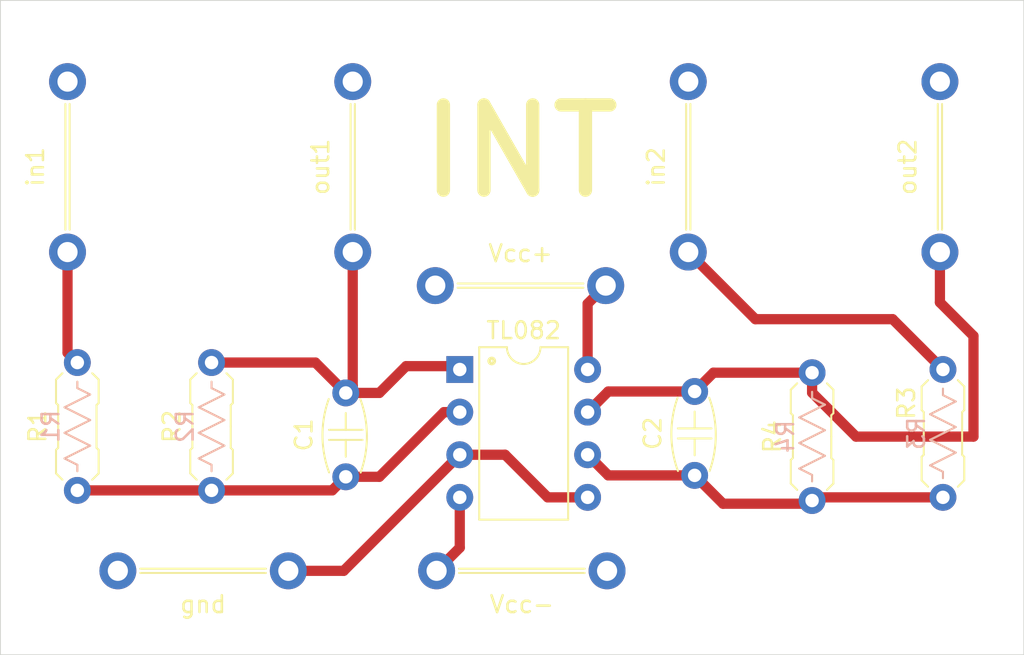
<source format=kicad_pcb>
(kicad_pcb (version 20241229) (generator "pcbnew") (generator_version "9.0")
  (title_block (title "Integrator") (date "2025-03-07") (company "Landen Points"))
  (layers (0 "F.Cu" signal) (2 "B.Cu" signal) (13 "F.Paste" user) (15 "B.Paste" user) (5 "F.SilkS" user "F.Silkscreen") (7 "B.SilkS" user "B.Silkscreen") (1 "F.Mask" user) (3 "B.Mask" user) (25 "Edge.Cuts" user))
  (net 0 "")
  (footprint "PCM_Jumper_AKL:Jumper_P10.16mm_D1.2mm" (layer "F.Cu") (at 135 98 90)
    (property "Reference" "out1" (at 5.08 -1.92 90) (layer "F.SilkS"))
    (property "Value" "Jumper_P10.16mm_D1.2mm" (hide yes))
    (fp_line (start 1.3335 -0.127) (end 8.8265 -0.127) (stroke (width 0.12)) (layer "F.SilkS"))
    (fp_line (start 1.3335 0.127) (end 8.8265 0.127) (stroke (width 0.12)) (layer "F.SilkS"))
    (pad "1" thru_hole circle (at 0 0 90) (size 2.2 2.2) (drill 1.2) (layers "*.Cu" "*.Mask"))
    (pad "2" thru_hole oval (at 10.16 0 90) (size 2.2 2.2) (drill 1.2) (layers "*.Cu" "*.Mask"))
  )
  (footprint "PCM_Jumper_AKL:Jumper_P10.16mm_D1.2mm" (layer "F.Cu") (at 140 117)
    (property "Reference" "Vcc-" (at 5.08 2 0) (layer "F.SilkS"))
    (property "Value" "Jumper_P10.16mm_D1.2mm" (hide yes))
    (fp_line (start 1.3335 -0.127) (end 8.8265 -0.127) (stroke (width 0.12)) (layer "F.SilkS"))
    (fp_line (start 1.3335 0.127) (end 8.8265 0.127) (stroke (width 0.12)) (layer "F.SilkS"))
    (pad "1" thru_hole circle (at 0 0) (size 2.2 2.2) (drill 1.2) (layers "*.Cu" "*.Mask"))
    (pad "2" thru_hole oval (at 10.16 0) (size 2.2 2.2) (drill 1.2) (layers "*.Cu" "*.Mask"))
  )
  (footprint "PCM_Resistor_THT_US_AKL_Double:R_Axial_DIN0207_L6.3mm_D2.5mm_P7.62mm_Horizontal" (layer "F.Cu") (at 162.38 112.81 90)
    (property "Reference" "R4" (at 3.81 -2.37 90) (layer "F.SilkS"))
    (property "Value" "R_Axial_DIN0207_L6.3mm_D2.5mm_P7.62mm_Horizontal" (hide yes))
    (fp_line (start 6.604 -1.27) (end 5.207 -1.27) (stroke (width 0.12)) (layer "F.SilkS"))
    (fp_line (start 5.207 -1.27) (end 5.08 -1.143) (stroke (width 0.12)) (layer "F.SilkS"))
    (fp_line (start 2.413 -1.27) (end 2.54 -1.143) (stroke (width 0.12)) (layer "F.SilkS"))
    (fp_line (start 1.016 -1.27) (end 2.413 -1.27) (stroke (width 0.12)) (layer "F.SilkS"))
    (fp_line (start 5.08 -1.143) (end 3.81 -1.143) (stroke (width 0.12)) (layer "F.SilkS"))
    (fp_line (start 2.54 -1.143) (end 3.81 -1.143) (stroke (width 0.12)) (layer "F.SilkS"))
    (fp_line (start 6.985 -0.889) (end 6.604 -1.27) (stroke (width 0.12)) (layer "F.SilkS"))
    (fp_line (start 0.635 -0.889) (end 1.016 -1.27) (stroke (width 0.12)) (layer "F.SilkS"))
    (fp_line (start 4.953 -0.762) (end 5.715 0.762) (stroke (width 0.12)) (layer "F.SilkS"))
    (fp_line (start 3.429 -0.762) (end 4.191 0.762) (stroke (width 0.12)) (layer "F.SilkS"))
    (fp_line (start 1.905 -0.762) (end 2.667 0.762) (stroke (width 0.12)) (layer "F.SilkS"))
    (fp_line (start 6.477 0) (end 6.096 0) (stroke (width 0.12)) (layer "F.SilkS"))
    (fp_line (start 1.524 0) (end 1.905 -0.762) (stroke (width 0.12)) (layer "F.SilkS"))
    (fp_line (start 1.524 0) (end 1.143 0) (stroke (width 0.12)) (layer "F.SilkS"))
    (fp_line (start 5.715 0.762) (end 6.096 0) (stroke (width 0.12)) (layer "F.SilkS"))
    (fp_line (start 4.191 0.762) (end 4.953 -0.762) (stroke (width 0.12)) (layer "F.SilkS"))
    (fp_line (start 2.667 0.762) (end 3.429 -0.762) (stroke (width 0.12)) (layer "F.SilkS"))
    (fp_line (start 6.985 0.889) (end 6.604 1.27) (stroke (width 0.12)) (layer "F.SilkS"))
    (fp_line (start 0.635 0.889) (end 1.016 1.27) (stroke (width 0.12)) (layer "F.SilkS"))
    (fp_line (start 5.08 1.143) (end 3.81 1.143) (stroke (width 0.12)) (layer "F.SilkS"))
    (fp_line (start 2.54 1.143) (end 3.81 1.143) (stroke (width 0.12)) (layer "F.SilkS"))
    (fp_line (start 6.604 1.27) (end 5.207 1.27) (stroke (width 0.12)) (layer "F.SilkS"))
    (fp_line (start 5.207 1.27) (end 5.08 1.143) (stroke (width 0.12)) (layer "F.SilkS"))
    (fp_line (start 2.413 1.27) (end 2.54 1.143) (stroke (width 0.12)) (layer "F.SilkS"))
    (fp_line (start 1.016 1.27) (end 2.413 1.27) (stroke (width 0.12)) (layer "F.SilkS"))
    (fp_line (start 4.953 -0.762) (end 5.715 0.762) (stroke (width 0.12)) (layer "B.SilkS"))
    (fp_line (start 3.429 -0.762) (end 4.191 0.762) (stroke (width 0.12)) (layer "B.SilkS"))
    (fp_line (start 1.905 -0.762) (end 2.667 0.762) (stroke (width 0.12)) (layer "B.SilkS"))
    (fp_line (start 6.096 0) (end 6.477 0) (stroke (width 0.12)) (layer "B.SilkS"))
    (fp_line (start 1.524 0) (end 1.905 -0.762) (stroke (width 0.12)) (layer "B.SilkS"))
    (fp_line (start 1.143 0) (end 1.524 0) (stroke (width 0.12)) (layer "B.SilkS"))
    (fp_line (start 5.715 0.762) (end 6.096 0) (stroke (width 0.12)) (layer "B.SilkS"))
    (fp_line (start 4.191 0.762) (end 4.953 -0.762) (stroke (width 0.12)) (layer "B.SilkS"))
    (fp_line (start 2.667 0.762) (end 3.429 -0.762) (stroke (width 0.12)) (layer "B.SilkS"))
    (fp_text user "${REFERENCE}" (at 3.81 -1.5875 90) (layer "B.SilkS") (effects (justify mirror)))
    (pad "1" thru_hole circle (at 0 0 90) (size 1.6 1.6) (drill 0.8) (layers "*.Cu" "*.Mask"))
    (pad "2" thru_hole oval (at 7.62 0 90) (size 1.6 1.6) (drill 0.8) (layers "*.Cu" "*.Mask"))
  )
  (footprint "PCM_Jumper_AKL:Jumper_P10.16mm_D1.2mm" (layer "F.Cu") (at 155 98 90)
    (property "Reference" "in2" (at 5.08 -1.92 90) (layer "F.SilkS"))
    (property "Value" "Jumper_P10.16mm_D1.2mm" (hide yes))
    (fp_line (start 1.3335 -0.127) (end 8.8265 -0.127) (stroke (width 0.12)) (layer "F.SilkS"))
    (fp_line (start 1.3335 0.127) (end 8.8265 0.127) (stroke (width 0.12)) (layer "F.SilkS"))
    (pad "1" thru_hole circle (at 0 0 90) (size 2.2 2.2) (drill 1.2) (layers "*.Cu" "*.Mask"))
    (pad "2" thru_hole oval (at 10.16 0 90) (size 2.2 2.2) (drill 1.2) (layers "*.Cu" "*.Mask"))
  )
  (footprint "PCM_Resistor_THT_US_AKL_Double:R_Axial_DIN0207_L6.3mm_D2.5mm_P7.62mm_Horizontal" (layer "F.Cu") (at 118.585 112.205 90)
    (property "Reference" "R1" (at 3.81 -2.37 90) (layer "F.SilkS"))
    (property "Value" "R_Axial_DIN0207_L6.3mm_D2.5mm_P7.62mm_Horizontal" (hide yes))
    (fp_line (start 6.604 -1.27) (end 5.207 -1.27) (stroke (width 0.12)) (layer "F.SilkS"))
    (fp_line (start 5.207 -1.27) (end 5.08 -1.143) (stroke (width 0.12)) (layer "F.SilkS"))
    (fp_line (start 2.413 -1.27) (end 2.54 -1.143) (stroke (width 0.12)) (layer "F.SilkS"))
    (fp_line (start 1.016 -1.27) (end 2.413 -1.27) (stroke (width 0.12)) (layer "F.SilkS"))
    (fp_line (start 5.08 -1.143) (end 3.81 -1.143) (stroke (width 0.12)) (layer "F.SilkS"))
    (fp_line (start 2.54 -1.143) (end 3.81 -1.143) (stroke (width 0.12)) (layer "F.SilkS"))
    (fp_line (start 6.985 -0.889) (end 6.604 -1.27) (stroke (width 0.12)) (layer "F.SilkS"))
    (fp_line (start 0.635 -0.889) (end 1.016 -1.27) (stroke (width 0.12)) (layer "F.SilkS"))
    (fp_line (start 4.953 -0.762) (end 5.715 0.762) (stroke (width 0.12)) (layer "F.SilkS"))
    (fp_line (start 3.429 -0.762) (end 4.191 0.762) (stroke (width 0.12)) (layer "F.SilkS"))
    (fp_line (start 1.905 -0.762) (end 2.667 0.762) (stroke (width 0.12)) (layer "F.SilkS"))
    (fp_line (start 6.477 0) (end 6.096 0) (stroke (width 0.12)) (layer "F.SilkS"))
    (fp_line (start 1.524 0) (end 1.905 -0.762) (stroke (width 0.12)) (layer "F.SilkS"))
    (fp_line (start 1.524 0) (end 1.143 0) (stroke (width 0.12)) (layer "F.SilkS"))
    (fp_line (start 5.715 0.762) (end 6.096 0) (stroke (width 0.12)) (layer "F.SilkS"))
    (fp_line (start 4.191 0.762) (end 4.953 -0.762) (stroke (width 0.12)) (layer "F.SilkS"))
    (fp_line (start 2.667 0.762) (end 3.429 -0.762) (stroke (width 0.12)) (layer "F.SilkS"))
    (fp_line (start 6.985 0.889) (end 6.604 1.27) (stroke (width 0.12)) (layer "F.SilkS"))
    (fp_line (start 0.635 0.889) (end 1.016 1.27) (stroke (width 0.12)) (layer "F.SilkS"))
    (fp_line (start 5.08 1.143) (end 3.81 1.143) (stroke (width 0.12)) (layer "F.SilkS"))
    (fp_line (start 2.54 1.143) (end 3.81 1.143) (stroke (width 0.12)) (layer "F.SilkS"))
    (fp_line (start 6.604 1.27) (end 5.207 1.27) (stroke (width 0.12)) (layer "F.SilkS"))
    (fp_line (start 5.207 1.27) (end 5.08 1.143) (stroke (width 0.12)) (layer "F.SilkS"))
    (fp_line (start 2.413 1.27) (end 2.54 1.143) (stroke (width 0.12)) (layer "F.SilkS"))
    (fp_line (start 1.016 1.27) (end 2.413 1.27) (stroke (width 0.12)) (layer "F.SilkS"))
    (fp_line (start 4.953 -0.762) (end 5.715 0.762) (stroke (width 0.12)) (layer "B.SilkS"))
    (fp_line (start 3.429 -0.762) (end 4.191 0.762) (stroke (width 0.12)) (layer "B.SilkS"))
    (fp_line (start 1.905 -0.762) (end 2.667 0.762) (stroke (width 0.12)) (layer "B.SilkS"))
    (fp_line (start 6.096 0) (end 6.477 0) (stroke (width 0.12)) (layer "B.SilkS"))
    (fp_line (start 1.524 0) (end 1.905 -0.762) (stroke (width 0.12)) (layer "B.SilkS"))
    (fp_line (start 1.143 0) (end 1.524 0) (stroke (width 0.12)) (layer "B.SilkS"))
    (fp_line (start 5.715 0.762) (end 6.096 0) (stroke (width 0.12)) (layer "B.SilkS"))
    (fp_line (start 4.191 0.762) (end 4.953 -0.762) (stroke (width 0.12)) (layer "B.SilkS"))
    (fp_line (start 2.667 0.762) (end 3.429 -0.762) (stroke (width 0.12)) (layer "B.SilkS"))
    (fp_text user "${REFERENCE}" (at 3.81 -1.5875 90) (layer "B.SilkS") (effects (justify mirror)))
    (pad "1" thru_hole circle (at 0 0 90) (size 1.6 1.6) (drill 0.8) (layers "*.Cu" "*.Mask"))
    (pad "2" thru_hole oval (at 7.62 0 90) (size 1.6 1.6) (drill 0.8) (layers "*.Cu" "*.Mask"))
  )
  (footprint "PCM_Capacitor_THT_US_AKL:C_Disc_D5.0mm_W2.5mm_P5.00mm" (layer "F.Cu") (at 155.38 111.31 90)
    (property "Reference" "C2" (at 2.5 -2.5 90) (layer "F.SilkS"))
    (property "Value" "C_Disc_D5.0mm_W2.5mm_P5.00mm" (hide yes))
    (fp_line (start 2.8 -1) (end 2.8 1) (stroke (width 0.12)) (layer "F.SilkS"))
    (fp_line (start 2.8 0) (end 3.8 0) (stroke (width 0.12)) (layer "F.SilkS"))
    (fp_line (start 2.2 0) (end 2.2 -1) (stroke (width 0.12)) (layer "F.SilkS"))
    (fp_line (start 2.2 0) (end 2.2 1) (stroke (width 0.12)) (layer "F.SilkS"))
    (fp_line (start 1.2 0) (end 2.2 0) (stroke (width 0.12)) (layer "F.SilkS"))
    (fp_arc (start 0.261356 -0.995824) (mid 2.44667 -1.386963) (end 4.6355 -1.016) (stroke (width 0.12)) (layer "F.SilkS"))
    (fp_arc (start 4.628144 0.868823) (mid 2.44283 1.259962) (end 0.254 0.889) (stroke (width 0.12)) (layer "F.SilkS"))
    (pad "1" thru_hole circle (at 0 0 90) (size 1.6 1.6) (drill 0.8) (layers "*.Cu" "*.Mask"))
    (pad "2" thru_hole circle (at 5 0 90) (size 1.6 1.6) (drill 0.8) (layers "*.Cu" "*.Mask"))
  )
  (footprint "PCM_Jumper_AKL:Jumper_P10.16mm_D1.2mm" (layer "F.Cu") (at 170 98 90)
    (property "Reference" "out2" (at 5.08 -1.92 90) (layer "F.SilkS"))
    (property "Value" "Jumper_P10.16mm_D1.2mm" (hide yes))
    (fp_line (start 1.3335 -0.127) (end 8.8265 -0.127) (stroke (width 0.12)) (layer "F.SilkS"))
    (fp_line (start 1.3335 0.127) (end 8.8265 0.127) (stroke (width 0.12)) (layer "F.SilkS"))
    (pad "1" thru_hole circle (at 0 0 90) (size 2.2 2.2) (drill 1.2) (layers "*.Cu" "*.Mask"))
    (pad "2" thru_hole oval (at 10.16 0 90) (size 2.2 2.2) (drill 1.2) (layers "*.Cu" "*.Mask"))
  )
  (footprint "PCM_Resistor_THT_US_AKL_Double:R_Axial_DIN0207_L6.3mm_D2.5mm_P7.62mm_Horizontal" (layer "F.Cu") (at 126.585 112.205 90)
    (property "Reference" "R2" (at 3.81 -2.37 90) (layer "F.SilkS"))
    (property "Value" "R_Axial_DIN0207_L6.3mm_D2.5mm_P7.62mm_Horizontal" (hide yes))
    (fp_line (start 6.604 -1.27) (end 5.207 -1.27) (stroke (width 0.12)) (layer "F.SilkS"))
    (fp_line (start 5.207 -1.27) (end 5.08 -1.143) (stroke (width 0.12)) (layer "F.SilkS"))
    (fp_line (start 2.413 -1.27) (end 2.54 -1.143) (stroke (width 0.12)) (layer "F.SilkS"))
    (fp_line (start 1.016 -1.27) (end 2.413 -1.27) (stroke (width 0.12)) (layer "F.SilkS"))
    (fp_line (start 5.08 -1.143) (end 3.81 -1.143) (stroke (width 0.12)) (layer "F.SilkS"))
    (fp_line (start 2.54 -1.143) (end 3.81 -1.143) (stroke (width 0.12)) (layer "F.SilkS"))
    (fp_line (start 6.985 -0.889) (end 6.604 -1.27) (stroke (width 0.12)) (layer "F.SilkS"))
    (fp_line (start 0.635 -0.889) (end 1.016 -1.27) (stroke (width 0.12)) (layer "F.SilkS"))
    (fp_line (start 4.953 -0.762) (end 5.715 0.762) (stroke (width 0.12)) (layer "F.SilkS"))
    (fp_line (start 3.429 -0.762) (end 4.191 0.762) (stroke (width 0.12)) (layer "F.SilkS"))
    (fp_line (start 1.905 -0.762) (end 2.667 0.762) (stroke (width 0.12)) (layer "F.SilkS"))
    (fp_line (start 6.477 0) (end 6.096 0) (stroke (width 0.12)) (layer "F.SilkS"))
    (fp_line (start 1.524 0) (end 1.905 -0.762) (stroke (width 0.12)) (layer "F.SilkS"))
    (fp_line (start 1.524 0) (end 1.143 0) (stroke (width 0.12)) (layer "F.SilkS"))
    (fp_line (start 5.715 0.762) (end 6.096 0) (stroke (width 0.12)) (layer "F.SilkS"))
    (fp_line (start 4.191 0.762) (end 4.953 -0.762) (stroke (width 0.12)) (layer "F.SilkS"))
    (fp_line (start 2.667 0.762) (end 3.429 -0.762) (stroke (width 0.12)) (layer "F.SilkS"))
    (fp_line (start 6.985 0.889) (end 6.604 1.27) (stroke (width 0.12)) (layer "F.SilkS"))
    (fp_line (start 0.635 0.889) (end 1.016 1.27) (stroke (width 0.12)) (layer "F.SilkS"))
    (fp_line (start 5.08 1.143) (end 3.81 1.143) (stroke (width 0.12)) (layer "F.SilkS"))
    (fp_line (start 2.54 1.143) (end 3.81 1.143) (stroke (width 0.12)) (layer "F.SilkS"))
    (fp_line (start 6.604 1.27) (end 5.207 1.27) (stroke (width 0.12)) (layer "F.SilkS"))
    (fp_line (start 5.207 1.27) (end 5.08 1.143) (stroke (width 0.12)) (layer "F.SilkS"))
    (fp_line (start 2.413 1.27) (end 2.54 1.143) (stroke (width 0.12)) (layer "F.SilkS"))
    (fp_line (start 1.016 1.27) (end 2.413 1.27) (stroke (width 0.12)) (layer "F.SilkS"))
    (fp_line (start 4.953 -0.762) (end 5.715 0.762) (stroke (width 0.12)) (layer "B.SilkS"))
    (fp_line (start 3.429 -0.762) (end 4.191 0.762) (stroke (width 0.12)) (layer "B.SilkS"))
    (fp_line (start 1.905 -0.762) (end 2.667 0.762) (stroke (width 0.12)) (layer "B.SilkS"))
    (fp_line (start 6.096 0) (end 6.477 0) (stroke (width 0.12)) (layer "B.SilkS"))
    (fp_line (start 1.524 0) (end 1.905 -0.762) (stroke (width 0.12)) (layer "B.SilkS"))
    (fp_line (start 1.143 0) (end 1.524 0) (stroke (width 0.12)) (layer "B.SilkS"))
    (fp_line (start 5.715 0.762) (end 6.096 0) (stroke (width 0.12)) (layer "B.SilkS"))
    (fp_line (start 4.191 0.762) (end 4.953 -0.762) (stroke (width 0.12)) (layer "B.SilkS"))
    (fp_line (start 2.667 0.762) (end 3.429 -0.762) (stroke (width 0.12)) (layer "B.SilkS"))
    (fp_text user "${REFERENCE}" (at 3.81 -1.5875 90) (layer "B.SilkS") (effects (justify mirror)))
    (pad "1" thru_hole circle (at 0 0 90) (size 1.6 1.6) (drill 0.8) (layers "*.Cu" "*.Mask"))
    (pad "2" thru_hole oval (at 7.62 0 90) (size 1.6 1.6) (drill 0.8) (layers "*.Cu" "*.Mask"))
  )
  (footprint "PCM_Jumper_AKL:Jumper_P10.16mm_D1.2mm" (layer "F.Cu") (at 121 117)
    (property "Reference" "gnd" (at 5.08 2 0) (layer "F.SilkS"))
    (property "Value" "Jumper_P10.16mm_D1.2mm" (hide yes))
    (fp_line (start 1.3335 -0.127) (end 8.8265 -0.127) (stroke (width 0.12)) (layer "F.SilkS"))
    (fp_line (start 1.3335 0.127) (end 8.8265 0.127) (stroke (width 0.12)) (layer "F.SilkS"))
    (pad "1" thru_hole circle (at 0 0) (size 2.2 2.2) (drill 1.2) (layers "*.Cu" "*.Mask"))
    (pad "2" thru_hole oval (at 10.16 0) (size 2.2 2.2) (drill 1.2) (layers "*.Cu" "*.Mask"))
  )
  (footprint "PCM_Resistor_THT_US_AKL_Double:R_Axial_DIN0207_L6.3mm_D2.5mm_P7.62mm_Horizontal" (layer "F.Cu") (at 170.18 112.62 90)
    (property "Reference" "R3" (at 5.62 -2.18 90) (layer "F.SilkS"))
    (property "Value" "R_Axial_DIN0207_L6.3mm_D2.5mm_P7.62mm_Horizontal" (hide yes))
    (fp_line (start 6.604 -1.27) (end 5.207 -1.27) (stroke (width 0.12)) (layer "F.SilkS"))
    (fp_line (start 5.207 -1.27) (end 5.08 -1.143) (stroke (width 0.12)) (layer "F.SilkS"))
    (fp_line (start 2.413 -1.27) (end 2.54 -1.143) (stroke (width 0.12)) (layer "F.SilkS"))
    (fp_line (start 1.016 -1.27) (end 2.413 -1.27) (stroke (width 0.12)) (layer "F.SilkS"))
    (fp_line (start 5.08 -1.143) (end 3.81 -1.143) (stroke (width 0.12)) (layer "F.SilkS"))
    (fp_line (start 2.54 -1.143) (end 3.81 -1.143) (stroke (width 0.12)) (layer "F.SilkS"))
    (fp_line (start 6.985 -0.889) (end 6.604 -1.27) (stroke (width 0.12)) (layer "F.SilkS"))
    (fp_line (start 0.635 -0.889) (end 1.016 -1.27) (stroke (width 0.12)) (layer "F.SilkS"))
    (fp_line (start 4.953 -0.762) (end 5.715 0.762) (stroke (width 0.12)) (layer "F.SilkS"))
    (fp_line (start 3.429 -0.762) (end 4.191 0.762) (stroke (width 0.12)) (layer "F.SilkS"))
    (fp_line (start 1.905 -0.762) (end 2.667 0.762) (stroke (width 0.12)) (layer "F.SilkS"))
    (fp_line (start 6.477 0) (end 6.096 0) (stroke (width 0.12)) (layer "F.SilkS"))
    (fp_line (start 1.524 0) (end 1.905 -0.762) (stroke (width 0.12)) (layer "F.SilkS"))
    (fp_line (start 1.524 0) (end 1.143 0) (stroke (width 0.12)) (layer "F.SilkS"))
    (fp_line (start 5.715 0.762) (end 6.096 0) (stroke (width 0.12)) (layer "F.SilkS"))
    (fp_line (start 4.191 0.762) (end 4.953 -0.762) (stroke (width 0.12)) (layer "F.SilkS"))
    (fp_line (start 2.667 0.762) (end 3.429 -0.762) (stroke (width 0.12)) (layer "F.SilkS"))
    (fp_line (start 6.985 0.889) (end 6.604 1.27) (stroke (width 0.12)) (layer "F.SilkS"))
    (fp_line (start 0.635 0.889) (end 1.016 1.27) (stroke (width 0.12)) (layer "F.SilkS"))
    (fp_line (start 5.08 1.143) (end 3.81 1.143) (stroke (width 0.12)) (layer "F.SilkS"))
    (fp_line (start 2.54 1.143) (end 3.81 1.143) (stroke (width 0.12)) (layer "F.SilkS"))
    (fp_line (start 6.604 1.27) (end 5.207 1.27) (stroke (width 0.12)) (layer "F.SilkS"))
    (fp_line (start 5.207 1.27) (end 5.08 1.143) (stroke (width 0.12)) (layer "F.SilkS"))
    (fp_line (start 2.413 1.27) (end 2.54 1.143) (stroke (width 0.12)) (layer "F.SilkS"))
    (fp_line (start 1.016 1.27) (end 2.413 1.27) (stroke (width 0.12)) (layer "F.SilkS"))
    (fp_line (start 4.953 -0.762) (end 5.715 0.762) (stroke (width 0.12)) (layer "B.SilkS"))
    (fp_line (start 3.429 -0.762) (end 4.191 0.762) (stroke (width 0.12)) (layer "B.SilkS"))
    (fp_line (start 1.905 -0.762) (end 2.667 0.762) (stroke (width 0.12)) (layer "B.SilkS"))
    (fp_line (start 6.096 0) (end 6.477 0) (stroke (width 0.12)) (layer "B.SilkS"))
    (fp_line (start 1.524 0) (end 1.905 -0.762) (stroke (width 0.12)) (layer "B.SilkS"))
    (fp_line (start 1.143 0) (end 1.524 0) (stroke (width 0.12)) (layer "B.SilkS"))
    (fp_line (start 5.715 0.762) (end 6.096 0) (stroke (width 0.12)) (layer "B.SilkS"))
    (fp_line (start 4.191 0.762) (end 4.953 -0.762) (stroke (width 0.12)) (layer "B.SilkS"))
    (fp_line (start 2.667 0.762) (end 3.429 -0.762) (stroke (width 0.12)) (layer "B.SilkS"))
    (fp_text user "${REFERENCE}" (at 3.81 -1.5875 90) (layer "B.SilkS") (effects (justify mirror)))
    (pad "1" thru_hole circle (at 0 0 90) (size 1.6 1.6) (drill 0.8) (layers "*.Cu" "*.Mask"))
    (pad "2" thru_hole oval (at 7.62 0 90) (size 1.6 1.6) (drill 0.8) (layers "*.Cu" "*.Mask"))
  )
  (footprint "PCM_Jumper_AKL:Jumper_P10.16mm_D1.2mm" (layer "F.Cu") (at 139.92 100)
    (property "Reference" "Vcc+" (at 5.08 -1.92 0) (layer "F.SilkS"))
    (property "Value" "Jumper_P10.16mm_D1.2mm" (hide yes))
    (fp_line (start 1.3335 -0.127) (end 8.8265 -0.127) (stroke (width 0.12)) (layer "F.SilkS"))
    (fp_line (start 1.3335 0.127) (end 8.8265 0.127) (stroke (width 0.12)) (layer "F.SilkS"))
    (pad "1" thru_hole circle (at 0 0) (size 2.2 2.2) (drill 1.2) (layers "*.Cu" "*.Mask"))
    (pad "2" thru_hole oval (at 10.16 0) (size 2.2 2.2) (drill 1.2) (layers "*.Cu" "*.Mask"))
  )
  (footprint "PCM_Jumper_AKL:Jumper_P10.16mm_D1.2mm" (layer "F.Cu") (at 118 98 90)
    (property "Reference" "in1" (at 5.08 -1.92 90) (layer "F.SilkS"))
    (property "Value" "Jumper_P10.16mm_D1.2mm" (hide yes))
    (fp_line (start 1.3335 -0.127) (end 8.8265 -0.127) (stroke (width 0.12)) (layer "F.SilkS"))
    (fp_line (start 1.3335 0.127) (end 8.8265 0.127) (stroke (width 0.12)) (layer "F.SilkS"))
    (pad "1" thru_hole circle (at 0 0 90) (size 2.2 2.2) (drill 1.2) (layers "*.Cu" "*.Mask"))
    (pad "2" thru_hole oval (at 10.16 0 90) (size 2.2 2.2) (drill 1.2) (layers "*.Cu" "*.Mask"))
  )
  (footprint "PCM_Capacitor_THT_US_AKL:C_Disc_D5.0mm_W2.5mm_P5.00mm" (layer "F.Cu") (at 134.585 111.395 90)
    (property "Reference" "C1" (at 2.5 -2.5 90) (layer "F.SilkS"))
    (property "Value" "C_Disc_D5.0mm_W2.5mm_P5.00mm" (hide yes))
    (fp_line (start 2.8 -1) (end 2.8 1) (stroke (width 0.12)) (layer "F.SilkS"))
    (fp_line (start 2.8 0) (end 3.8 0) (stroke (width 0.12)) (layer "F.SilkS"))
    (fp_line (start 2.2 0) (end 2.2 -1) (stroke (width 0.12)) (layer "F.SilkS"))
    (fp_line (start 2.2 0) (end 2.2 1) (stroke (width 0.12)) (layer "F.SilkS"))
    (fp_line (start 1.2 0) (end 2.2 0) (stroke (width 0.12)) (layer "F.SilkS"))
    (fp_arc (start 0.261356 -0.995824) (mid 2.44667 -1.386963) (end 4.6355 -1.016) (stroke (width 0.12)) (layer "F.SilkS"))
    (fp_arc (start 4.628144 0.868823) (mid 2.44283 1.259962) (end 0.254 0.889) (stroke (width 0.12)) (layer "F.SilkS"))
    (pad "1" thru_hole circle (at 0 0 90) (size 1.6 1.6) (drill 0.8) (layers "*.Cu" "*.Mask"))
    (pad "2" thru_hole circle (at 5 0 90) (size 1.6 1.6) (drill 0.8) (layers "*.Cu" "*.Mask"))
  )
  (footprint "PCM_Package_DIP_AKL:DIP-8_W7.62mm" (layer "F.Cu") (at 141.38 105)
    (property "Reference" "TL082" (at 3.81 -2.33 0) (layer "F.SilkS"))
    (property "Value" "DIP-8_W7.62mm" (hide yes))
    (fp_line (start 1.16 -1.33) (end 1.16 8.95) (stroke (width 0.12)) (layer "F.SilkS"))
    (fp_line (start 1.16 8.95) (end 6.46 8.95) (stroke (width 0.12)) (layer "F.SilkS"))
    (fp_line (start 2.81 -1.33) (end 1.16 -1.33) (stroke (width 0.12)) (layer "F.SilkS"))
    (fp_line (start 6.46 -1.33) (end 4.81 -1.33) (stroke (width 0.12)) (layer "F.SilkS"))
    (fp_line (start 6.46 8.95) (end 6.46 -1.33) (stroke (width 0.12)) (layer "F.SilkS"))
    (fp_arc (start 4.81 -1.33) (mid 3.81 -0.33) (end 2.81 -1.33) (stroke (width 0.12)) (layer "F.SilkS"))
    (fp_circle (center 1.905 -0.508) (end 1.955 -0.508) (stroke (width 0.12)) (fill no) (layer "F.SilkS"))
    (fp_circle (center 1.905 -0.508) (end 2.03 -0.508) (stroke (width 0.12)) (fill no) (layer "F.SilkS"))
    (fp_circle (center 1.905 -0.508) (end 2.105 -0.508) (stroke (width 0.12)) (fill no) (layer "F.SilkS"))
    (pad "1" thru_hole rect (at 0 0) (size 1.6 1.6) (drill 0.8) (layers "*.Cu" "*.Mask"))
    (pad "2" thru_hole oval (at 0 2.54) (size 1.6 1.6) (drill 0.8) (layers "*.Cu" "*.Mask"))
    (pad "3" thru_hole oval (at 0 5.08) (size 1.6 1.6) (drill 0.8) (layers "*.Cu" "*.Mask"))
    (pad "4" thru_hole oval (at 0 7.62) (size 1.6 1.6) (drill 0.8) (layers "*.Cu" "*.Mask"))
    (pad "5" thru_hole oval (at 7.62 7.62) (size 1.6 1.6) (drill 0.8) (layers "*.Cu" "*.Mask"))
    (pad "6" thru_hole oval (at 7.62 5.08) (size 1.6 1.6) (drill 0.8) (layers "*.Cu" "*.Mask"))
    (pad "7" thru_hole oval (at 7.62 2.54) (size 1.6 1.6) (drill 0.8) (layers "*.Cu" "*.Mask"))
    (pad "8" thru_hole oval (at 7.62 0) (size 1.6 1.6) (drill 0.8) (layers "*.Cu" "*.Mask"))
  )
  (gr_rect (start 114 83) (end 175 122) (stroke (width 0.05)) (fill no) (layer "Edge.Cuts"))
  (gr_text "INT" (at 145 92 0) (layer "F.SilkS") (effects (font (size 5.08 5.08) (thickness 0.79375))))
  (segment (start 144.08 110.08) (end 141.38 110.08) (width 0.6096) (layer "F.Cu") (net 0))
  (segment (start 155.38 106.31) (end 150.23 106.31) (width 0.6096) (layer "F.Cu") (net 0))
  (segment (start 172 109) (end 165 109) (width 0.6096) (layer "F.Cu") (net 0))
  (segment (start 126.585 104.585) (end 132.775 104.585) (width 0.6096) (layer "F.Cu") (net 0))
  (segment (start 134.46 117) (end 141.38 110.08) (width 0.6096) (layer "F.Cu") (net 0))
  (segment (start 162.57 112.62) (end 162.38 112.81) (width 0.6096) (layer "F.Cu") (net 0))
  (segment (start 155.38 111.31) (end 157.07 113) (width 0.6096) (layer "F.Cu") (net 0))
  (segment (start 140.44 107.54) (end 141.38 107.54) (width 0.6096) (layer "F.Cu") (net 0))
  (segment (start 149 112.62) (end 146.62 112.62) (width 0.6096) (layer "F.Cu") (net 0))
  (segment (start 157.07 113) (end 162.19 113) (width 0.6096) (layer "F.Cu") (net 0))
  (segment (start 170 98) (end 170 101) (width 0.6096) (layer "F.Cu") (net 0))
  (segment (start 159 102) (end 167.18 102) (width 0.6096) (layer "F.Cu") (net 0))
  (segment (start 155.38 111.31) (end 150.23 111.31) (width 0.6096) (layer "F.Cu") (net 0))
  (segment (start 155 98) (end 159 102) (width 0.6096) (layer "F.Cu") (net 0))
  (segment (start 172 103) (end 172 109) (width 0.6096) (layer "F.Cu") (net 0))
  (segment (start 135 105.98) (end 134.585 106.395) (width 0.6096) (layer "F.Cu") (net 0))
  (segment (start 170 101) (end 172 103) (width 0.6096) (layer "F.Cu") (net 0))
  (segment (start 133.775 112.205) (end 134.585 111.395) (width 0.6096) (layer "F.Cu") (net 0))
  (segment (start 126.585 112.205) (end 133.775 112.205) (width 0.6096) (layer "F.Cu") (net 0))
  (segment (start 118 98) (end 118 104) (width 0.6096) (layer "F.Cu") (net 0))
  (segment (start 138.18 104.8) (end 141.18 104.8) (width 0.6096) (layer "F.Cu") (net 0))
  (segment (start 141.18 104.8) (end 141.38 105) (width 0.6096) (layer "F.Cu") (net 0))
  (segment (start 140.92 108) (end 141.38 107.54) (width 0.2) (layer "F.Cu") (net 0))
  (segment (start 135 98) (end 135 105.98) (width 0.6096) (layer "F.Cu") (net 0))
  (segment (start 141.38 112.62) (end 141.38 115.62) (width 0.6096) (layer "F.Cu") (net 0))
  (segment (start 169.38 112.62) (end 162.57 112.62) (width 0.6096) (layer "F.Cu") (net 0))
  (segment (start 149 105) (end 149 101.08) (width 0.6096) (layer "F.Cu") (net 0))
  (segment (start 141.38 115.62) (end 140 117) (width 0.6096) (layer "F.Cu") (net 0))
  (segment (start 167.18 102) (end 170.18 105) (width 0.6096) (layer "F.Cu") (net 0))
  (segment (start 162.19 113) (end 162.38 112.81) (width 0.6096) (layer "F.Cu") (net 0))
  (segment (start 132.775 104.585) (end 134.585 106.395) (width 0.6096) (layer "F.Cu") (net 0))
  (segment (start 136.585 111.395) (end 140.44 107.54) (width 0.6096) (layer "F.Cu") (net 0))
  (segment (start 136.585 106.395) (end 138.18 104.8) (width 0.6096) (layer "F.Cu") (net 0))
  (segment (start 118.585 112.205) (end 126.585 112.205) (width 0.6096) (layer "F.Cu") (net 0))
  (segment (start 150.23 106.31) (end 149 107.54) (width 0.6096) (layer "F.Cu") (net 0))
  (segment (start 134.585 111.395) (end 136.585 111.395) (width 0.6096) (layer "F.Cu") (net 0))
  (segment (start 131.16 117) (end 134.46 117) (width 0.6096) (layer "F.Cu") (net 0))
  (segment (start 118 104) (end 118.585 104.585) (width 0.6096) (layer "F.Cu") (net 0))
  (segment (start 156.5 105.19) (end 155.38 106.31) (width 0.6096) (layer "F.Cu") (net 0))
  (segment (start 134.585 106.395) (end 136.585 106.395) (width 0.6096) (layer "F.Cu") (net 0))
  (segment (start 162.38 106.38) (end 162.38 105.19) (width 0.6096) (layer "F.Cu") (net 0))
  (segment (start 149 101.08) (end 150.08 100) (width 0.6096) (layer "F.Cu") (net 0))
  (segment (start 146.62 112.62) (end 144.08 110.08) (width 0.6096) (layer "F.Cu") (net 0))
  (segment (start 165 109) (end 162.38 106.38) (width 0.6096) (layer "F.Cu") (net 0))
  (segment (start 150.23 111.31) (end 149 110.08) (width 0.6096) (layer "F.Cu") (net 0))
  (segment (start 162.38 105.19) (end 156.5 105.19) (width 0.6096) (layer "F.Cu") (net 0))
  (segment (start 149 105) (end 149.020562 105) (width 0.6096) (layer "F.Cu") (net 0))
)
</source>
